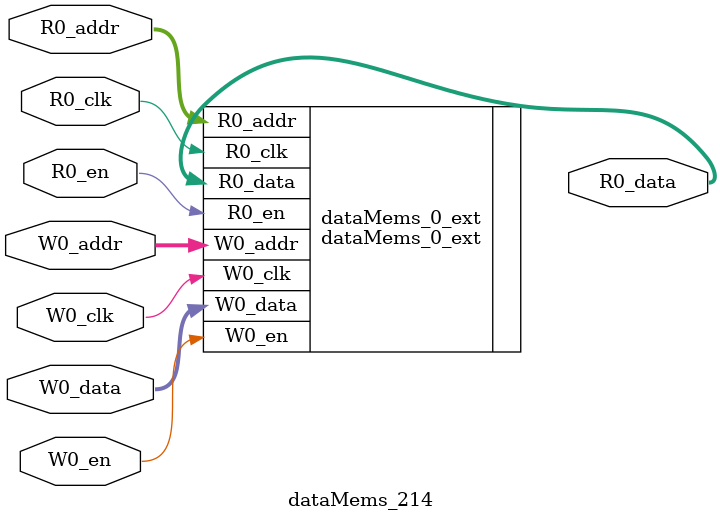
<source format=sv>
`ifndef RANDOMIZE
  `ifdef RANDOMIZE_REG_INIT
    `define RANDOMIZE
  `endif // RANDOMIZE_REG_INIT
`endif // not def RANDOMIZE
`ifndef RANDOMIZE
  `ifdef RANDOMIZE_MEM_INIT
    `define RANDOMIZE
  `endif // RANDOMIZE_MEM_INIT
`endif // not def RANDOMIZE

`ifndef RANDOM
  `define RANDOM $random
`endif // not def RANDOM

// Users can define 'PRINTF_COND' to add an extra gate to prints.
`ifndef PRINTF_COND_
  `ifdef PRINTF_COND
    `define PRINTF_COND_ (`PRINTF_COND)
  `else  // PRINTF_COND
    `define PRINTF_COND_ 1
  `endif // PRINTF_COND
`endif // not def PRINTF_COND_

// Users can define 'ASSERT_VERBOSE_COND' to add an extra gate to assert error printing.
`ifndef ASSERT_VERBOSE_COND_
  `ifdef ASSERT_VERBOSE_COND
    `define ASSERT_VERBOSE_COND_ (`ASSERT_VERBOSE_COND)
  `else  // ASSERT_VERBOSE_COND
    `define ASSERT_VERBOSE_COND_ 1
  `endif // ASSERT_VERBOSE_COND
`endif // not def ASSERT_VERBOSE_COND_

// Users can define 'STOP_COND' to add an extra gate to stop conditions.
`ifndef STOP_COND_
  `ifdef STOP_COND
    `define STOP_COND_ (`STOP_COND)
  `else  // STOP_COND
    `define STOP_COND_ 1
  `endif // STOP_COND
`endif // not def STOP_COND_

// Users can define INIT_RANDOM as general code that gets injected into the
// initializer block for modules with registers.
`ifndef INIT_RANDOM
  `define INIT_RANDOM
`endif // not def INIT_RANDOM

// If using random initialization, you can also define RANDOMIZE_DELAY to
// customize the delay used, otherwise 0.002 is used.
`ifndef RANDOMIZE_DELAY
  `define RANDOMIZE_DELAY 0.002
`endif // not def RANDOMIZE_DELAY

// Define INIT_RANDOM_PROLOG_ for use in our modules below.
`ifndef INIT_RANDOM_PROLOG_
  `ifdef RANDOMIZE
    `ifdef VERILATOR
      `define INIT_RANDOM_PROLOG_ `INIT_RANDOM
    `else  // VERILATOR
      `define INIT_RANDOM_PROLOG_ `INIT_RANDOM #`RANDOMIZE_DELAY begin end
    `endif // VERILATOR
  `else  // RANDOMIZE
    `define INIT_RANDOM_PROLOG_
  `endif // RANDOMIZE
`endif // not def INIT_RANDOM_PROLOG_

// Include register initializers in init blocks unless synthesis is set
`ifndef SYNTHESIS
  `ifndef ENABLE_INITIAL_REG_
    `define ENABLE_INITIAL_REG_
  `endif // not def ENABLE_INITIAL_REG_
`endif // not def SYNTHESIS

// Include rmemory initializers in init blocks unless synthesis is set
`ifndef SYNTHESIS
  `ifndef ENABLE_INITIAL_MEM_
    `define ENABLE_INITIAL_MEM_
  `endif // not def ENABLE_INITIAL_MEM_
`endif // not def SYNTHESIS

module dataMems_214(	// @[generators/ara/src/main/scala/UnsafeAXI4ToTL.scala:365:62]
  input  [4:0]  R0_addr,
  input         R0_en,
  input         R0_clk,
  output [66:0] R0_data,
  input  [4:0]  W0_addr,
  input         W0_en,
  input         W0_clk,
  input  [66:0] W0_data
);

  dataMems_0_ext dataMems_0_ext (	// @[generators/ara/src/main/scala/UnsafeAXI4ToTL.scala:365:62]
    .R0_addr (R0_addr),
    .R0_en   (R0_en),
    .R0_clk  (R0_clk),
    .R0_data (R0_data),
    .W0_addr (W0_addr),
    .W0_en   (W0_en),
    .W0_clk  (W0_clk),
    .W0_data (W0_data)
  );
endmodule


</source>
